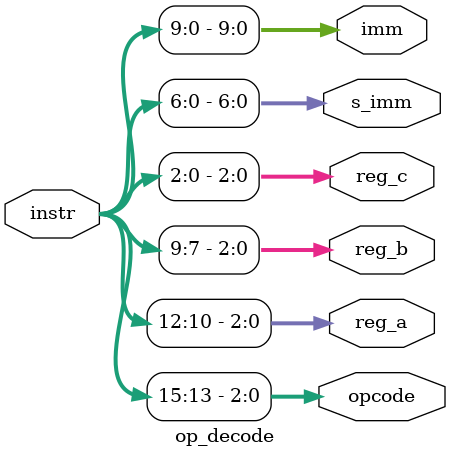
<source format=v>
module op_decode(
    input wire [15:0] instr,
    output wire [2:0] opcode,
    output wire [2:0] reg_a,
    output wire [2:0] reg_b,
    output wire [2:0] reg_c,
    output wire signed [6:0] s_imm,
    output wire [9:0] imm
);

assign opcode = instr[15:13];
assign reg_a = instr[12:10];
assign reg_b = instr[9:7];
assign reg_c = instr[2:0];
assign s_imm = instr[6:0];
assign imm = instr[9:0];

endmodule

</source>
